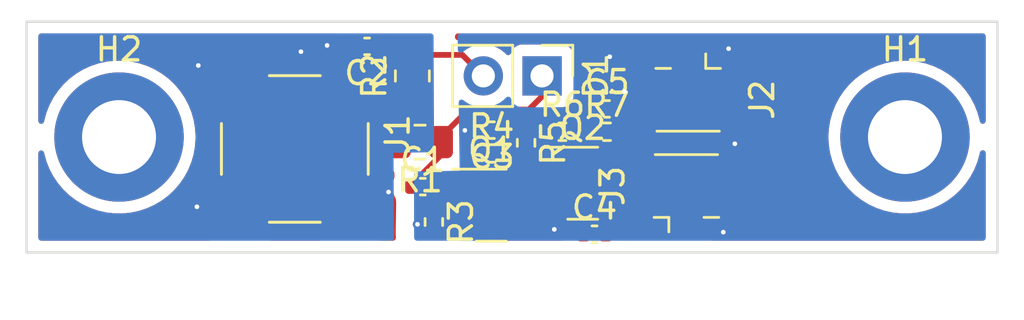
<source format=kicad_pcb>
(kicad_pcb (version 20211014) (generator pcbnew)
  (layers (0 "F.Cu" signal) (31 "B.Cu" signal) (34 "B.Paste" user) (35 "F.Paste" user) (36 "B.SilkS" user "B.Silkscreen") (37 "F.SilkS" user "F.Silkscreen") (38 "B.Mask" user) (39 "F.Mask" user) (44 "Edge.Cuts" user))
  (net 0 "")
  (net 1 "Net-(C1-Pad1)")
  (net 2 "Net-(C1-Pad2)")
  (net 3 "Net-(C2-Pad1)")
  (net 4 "GND1")
  (net 5 "Net-(C3-Pad1)")
  (net 6 "GND2")
  (net 7 "Net-(C4-Pad1)")
  (net 8 "Net-(C4-Pad2)")
  (net 9 "Net-(C5-Pad1)")
  (net 10 "Net-(J1-Pad1)")
  (net 11 "Net-(Q1-Pad3)")
  (footprint "sipm_amp_footprints:MOLEX_sma_smd_73251-1350" (layer "F.Cu") (at 89.605 72.015 -90)
    (fp_text reference "J1" (at -0.635 -4.445 -90) (layer "F.SilkS"))
    (fp_text value "HV")
    (fp_line (start -1.1 3.175) (end 1.1 3.175) (layer "F.SilkS") (width 0.127))
    (fp_line (start 3.175 1.1) (end 3.175 -1.1) (layer "F.SilkS") (width 0.127))
    (fp_line (start -3.175 1.1) (end -3.175 -1.1) (layer "F.SilkS") (width 0.127))
    (fp_line (start -1.1 -3.175) (end 1.1 -3.175) (layer "F.SilkS") (width 0.127))
    (pad "1" smd rect (at 0 0 270) (size 1.52 1.52) (layers "F.Cu" "F.Paste" "F.Mask") (net 10 "Net-(J1-Pad1)"))
    (pad "2" smd rect (at 2.375 2.375 270) (size 1.905 1.905) (layers "F.Cu" "F.Paste" "F.Mask") (net 4 "GND1"))
    (pad "2" smd rect (at -2.375 2.375 270) (size 1.905 1.905) (layers "F.Cu" "F.Paste" "F.Mask") (net 4 "GND1"))
    (pad "2" smd rect (at 2.375 -2.375 270) (size 1.905 1.905) (layers "F.Cu" "F.Paste" "F.Mask") (net 4 "GND1"))
    (pad "2" smd rect (at -2.375 -2.375 270) (size 1.905 1.905) (layers "F.Cu" "F.Paste" "F.Mask") (net 4 "GND1"))
  )
  (footprint "Resistor_SMD:R_0402_1005Metric" (layer "F.Cu") (at 99.61 71.75 -90)
    (fp_text reference "R5" (at 0 -1.17 90) (layer "F.SilkS"))
    (fp_text value "1k")
    (fp_line (start -0.153641 -0.38) (end 0.153641 -0.38) (layer "F.SilkS") (width 0.12))
    (fp_line (start -0.153641 0.38) (end 0.153641 0.38) (layer "F.SilkS") (width 0.12))
    (pad "1" smd roundrect (at -0.51 0 270) (size 0.54 0.64) (layers "F.Cu" "F.Paste" "F.Mask") (net 5 "Net-(C3-Pad1)"))
    (pad "2" smd roundrect (at 0.51 0 270) (size 0.54 0.64) (layers "F.Cu" "F.Paste" "F.Mask") (net 11 "Net-(Q1-Pad3)"))
  )
  (footprint "Capacitor_SMD:C_0402_1005Metric" (layer "F.Cu") (at 103.11 70.28)
    (fp_text reference "C5" (at 0 -1.16) (layer "F.SilkS"))
    (fp_text value "1.5uF")
    (fp_line (start -0.107836 -0.36) (end 0.107836 -0.36) (layer "F.SilkS") (width 0.12))
    (fp_line (start -0.107836 0.36) (end 0.107836 0.36) (layer "F.SilkS") (width 0.12))
    (pad "1" smd roundrect (at -0.48 0) (size 0.56 0.62) (layers "F.Cu" "F.Paste" "F.Mask") (net 9 "Net-(C5-Pad1)"))
    (pad "2" smd roundrect (at 0.48 0) (size 0.56 0.62) (layers "F.Cu" "F.Paste" "F.Mask") (net 6 "GND2"))
  )
  (footprint "Package_TO_SOT_SMD:SOT-23" (layer "F.Cu") (at 102.06 73.5)
    (fp_text reference "Q2" (at 0 -2.4) (layer "F.SilkS"))
    (fp_text value "PNP")
    (fp_line (start 0 -1.56) (end 0.65 -1.56) (layer "F.SilkS") (width 0.12))
    (fp_line (start 0 -1.56) (end -1.675 -1.56) (layer "F.SilkS") (width 0.12))
    (fp_line (start 0 1.56) (end 0.65 1.56) (layer "F.SilkS") (width 0.12))
    (fp_line (start 0 1.56) (end -0.65 1.56) (layer "F.SilkS") (width 0.12))
    (pad "1" smd roundrect (at -0.9375 -0.95) (size 1.475 0.6) (layers "F.Cu" "F.Paste" "F.Mask") (net 11 "Net-(Q1-Pad3)"))
    (pad "2" smd roundrect (at -0.9375 0.95) (size 1.475 0.6) (layers "F.Cu" "F.Paste" "F.Mask") (net 6 "GND2"))
    (pad "3" smd roundrect (at 0.9375 0) (size 1.475 0.6) (layers "F.Cu" "F.Paste" "F.Mask") (net 7 "Net-(C4-Pad1)"))
  )
  (footprint "Resistor_SMD:R_0402_1005Metric" (layer "F.Cu") (at 98.12 72.21)
    (fp_text reference "R4" (at 0 -1.17) (layer "F.SilkS"))
    (fp_text value "5.6k")
    (fp_line (start -0.153641 0.38) (end 0.153641 0.38) (layer "F.SilkS") (width 0.12))
    (fp_line (start -0.153641 -0.38) (end 0.153641 -0.38) (layer "F.SilkS") (width 0.12))
    (pad "1" smd roundrect (at -0.51 0) (size 0.54 0.64) (layers "F.Cu" "F.Paste" "F.Mask") (net 2 "Net-(C1-Pad2)"))
    (pad "2" smd roundrect (at 0.51 0) (size 0.54 0.64) (layers "F.Cu" "F.Paste" "F.Mask") (net 11 "Net-(Q1-Pad3)"))
  )
  (footprint "Connector_Coaxial:U.FL_Hirose_U.FL-R-SMT-1_Vertical" (layer "F.Cu") (at 106.62 69.41 -90)
    (fp_text reference "J2" (at 0.475 -3.2 90) (layer "F.SilkS"))
    (fp_text value "Amp")
    (fp_line (start -0.885 -1.4) (end -0.885 -0.76) (layer "F.SilkS") (width 0.12))
    (fp_line (start -0.885 1.4) (end -0.885 0.76) (layer "F.SilkS") (width 0.12))
    (fp_line (start 1.835 -1.35) (end 1.835 1.35) (layer "F.SilkS") (width 0.12))
    (fp_line (start -0.885 -0.76) (end -1.515 -0.76) (layer "F.SilkS") (width 0.12))
    (pad "1" smd rect (at -1.05 0 270) (size 1.05 1) (layers "F.Cu" "F.Paste" "F.Mask") (net 9 "Net-(C5-Pad1)"))
    (pad "2" smd rect (at 0.475 1.475 270) (size 2.2 1.05) (layers "F.Cu" "F.Paste" "F.Mask") (net 6 "GND2"))
    (pad "2" smd rect (at 0.475 -1.475 270) (size 2.2 1.05) (layers "F.Cu" "F.Paste" "F.Mask") (net 6 "GND2"))
  )
  (footprint "Capacitor_SMD:C_0402_1005Metric" (layer "F.Cu") (at 95.14 73.65)
    (fp_text reference "C1" (at 0 -1.16) (layer "F.SilkS"))
    (fp_text value "10nF")
    (fp_line (start -0.107836 -0.36) (end 0.107836 -0.36) (layer "F.SilkS") (width 0.12))
    (fp_line (start -0.107836 0.36) (end 0.107836 0.36) (layer "F.SilkS") (width 0.12))
    (pad "1" smd roundrect (at -0.48 0) (size 0.56 0.62) (layers "F.Cu" "F.Paste" "F.Mask") (net 1 "Net-(C1-Pad1)"))
    (pad "2" smd roundrect (at 0.48 0) (size 0.56 0.62) (layers "F.Cu" "F.Paste" "F.Mask") (net 2 "Net-(C1-Pad2)"))
  )
  (footprint "Capacitor_SMD:C_0402_1005Metric" (layer "F.Cu") (at 92.73 67.57 180)
    (fp_text reference "C2" (at 0 -1.16) (layer "F.SilkS"))
    (fp_text value "10nF")
    (fp_line (start -0.107836 -0.36) (end 0.107836 -0.36) (layer "F.SilkS") (width 0.12))
    (fp_line (start -0.107836 0.36) (end 0.107836 0.36) (layer "F.SilkS") (width 0.12))
    (pad "1" smd roundrect (at -0.48 0 180) (size 0.56 0.62) (layers "F.Cu" "F.Paste" "F.Mask") (net 3 "Net-(C2-Pad1)"))
    (pad "2" smd roundrect (at 0.48 0 180) (size 0.56 0.62) (layers "F.Cu" "F.Paste" "F.Mask") (net 4 "GND1"))
  )
  (footprint "Capacitor_SMD:C_0402_1005Metric" (layer "F.Cu") (at 102.57 75.71)
    (fp_text reference "C4" (at 0 -1.16) (layer "F.SilkS"))
    (fp_text value "2.2uF")
    (fp_line (start -0.107836 -0.36) (end 0.107836 -0.36) (layer "F.SilkS") (width 0.12))
    (fp_line (start -0.107836 0.36) (end 0.107836 0.36) (layer "F.SilkS") (width 0.12))
    (pad "1" smd roundrect (at -0.48 0) (size 0.56 0.62) (layers "F.Cu" "F.Paste" "F.Mask") (net 7 "Net-(C4-Pad1)"))
    (pad "2" smd roundrect (at 0.48 0) (size 0.56 0.62) (layers "F.Cu" "F.Paste" "F.Mask") (net 8 "Net-(C4-Pad2)"))
  )
  (footprint "Connector_Coaxial:U.FL_Hirose_U.FL-R-SMT-1_Vertical" (layer "F.Cu") (at 106.545 74.095 90)
    (fp_text reference "J3" (at 0.475 -3.2 90) (layer "F.SilkS"))
    (fp_text value "Signal")
    (fp_line (start -0.885 -1.4) (end -0.885 -0.76) (layer "F.SilkS") (width 0.12))
    (fp_line (start -0.885 -0.76) (end -1.515 -0.76) (layer "F.SilkS") (width 0.12))
    (fp_line (start -0.885 1.4) (end -0.885 0.76) (layer "F.SilkS") (width 0.12))
    (fp_line (start 1.835 -1.35) (end 1.835 1.35) (layer "F.SilkS") (width 0.12))
    (pad "1" smd rect (at -1.05 0 90) (size 1.05 1) (layers "F.Cu" "F.Paste" "F.Mask") (net 8 "Net-(C4-Pad2)"))
    (pad "2" smd rect (at 0.475 -1.475 90) (size 2.2 1.05) (layers "F.Cu" "F.Paste" "F.Mask") (net 6 "GND2"))
    (pad "2" smd rect (at 0.475 1.475 90) (size 2.2 1.05) (layers "F.Cu" "F.Paste" "F.Mask") (net 6 "GND2"))
  )
  (footprint "Capacitor_SMD:C_0402_1005Metric" (layer "F.Cu") (at 98.13 71.2 180)
    (fp_text reference "C3" (at 0 -1.16) (layer "F.SilkS"))
    (fp_text value "10nF")
    (fp_line (start -0.107836 0.36) (end 0.107836 0.36) (layer "F.SilkS") (width 0.12))
    (fp_line (start -0.107836 -0.36) (end 0.107836 -0.36) (layer "F.SilkS") (width 0.12))
    (pad "1" smd roundrect (at -0.48 0 180) (size 0.56 0.62) (layers "F.Cu" "F.Paste" "F.Mask") (net 5 "Net-(C3-Pad1)"))
    (pad "2" smd roundrect (at 0.48 0 180) (size 0.56 0.62) (layers "F.Cu" "F.Paste" "F.Mask") (net 6 "GND2"))
  )
  (footprint "Resistor_SMD:R_0402_1005Metric" (layer "F.Cu") (at 103.11 71.27)
    (fp_text reference "R7" (at 0 -1.17) (layer "F.SilkS"))
    (fp_text value "241")
    (fp_line (start -0.153641 -0.38) (end 0.153641 -0.38) (layer "F.SilkS") (width 0.12))
    (fp_line (start -0.153641 0.38) (end 0.153641 0.38) (layer "F.SilkS") (width 0.12))
    (pad "1" smd roundrect (at -0.51 0) (size 0.54 0.64) (layers "F.Cu" "F.Paste" "F.Mask") (net 9 "Net-(C5-Pad1)"))
    (pad "2" smd roundrect (at 0.51 0) (size 0.54 0.64) (layers "F.Cu" "F.Paste" "F.Mask") (net 7 "Net-(C4-Pad1)"))
  )
  (footprint "Resistor_SMD:R_0805_2012Metric" (layer "F.Cu") (at 94.69 68.8525 90)
    (fp_text reference "R2" (at 0 -1.65 90) (layer "F.SilkS"))
    (fp_text value "10k")
    (fp_line (start -0.227064 0.735) (end 0.227064 0.735) (layer "F.SilkS") (width 0.12))
    (fp_line (start -0.227064 -0.735) (end 0.227064 -0.735) (layer "F.SilkS") (width 0.12))
    (pad "1" smd roundrect (at -0.9125 0 90) (size 1.025 1.4) (layers "F.Cu" "F.Paste" "F.Mask") (roundrect_rratio 0.243902) (net 10 "Net-(J1-Pad1)"))
    (pad "2" smd roundrect (at 0.9125 0 90) (size 1.025 1.4) (layers "F.Cu" "F.Paste" "F.Mask") (roundrect_rratio 0.243902) (net 3 "Net-(C2-Pad1)"))
  )
  (footprint "Connector_PinHeader_2.54mm:PinHeader_1x02_P2.54mm_Vertical" (layer "F.Cu") (at 100.3 68.85 -90)
    (fp_text reference "D1" (at 0 -2.33 90) (layer "F.SilkS"))
    (fp_text value "SiPM")
    (fp_line (start -1.33 1.27) (end 1.33 1.27) (layer "F.SilkS") (width 0.12))
    (fp_line (start -1.33 0) (end -1.33 -1.33) (layer "F.SilkS") (width 0.12))
    (fp_line (start -1.33 1.27) (end -1.33 3.87) (layer "F.SilkS") (width 0.12))
    (fp_line (start 1.33 1.27) (end 1.33 3.87) (layer "F.SilkS") (width 0.12))
    (fp_line (start -1.33 -1.33) (end 0 -1.33) (layer "F.SilkS") (width 0.12))
    (fp_line (start -1.33 3.87) (end 1.33 3.87) (layer "F.SilkS") (width 0.12))
    (pad "1" thru_hole rect (at 0 0 270) (size 1.7 1.7) (drill 1) (layers *.Cu *.Mask) (net 1 "Net-(C1-Pad1)"))
    (pad "2" thru_hole oval (at 0 2.54 270) (size 1.7 1.7) (drill 1) (layers *.Cu *.Mask) (net 3 "Net-(C2-Pad1)"))
  )
  (footprint "Resistor_SMD:R_0402_1005Metric" (layer "F.Cu") (at 101.18 71.27)
    (fp_text reference "R6" (at 0 -1.17) (layer "F.SilkS"))
    (fp_text value "51")
    (fp_line (start -0.153641 0.38) (end 0.153641 0.38) (layer "F.SilkS") (width 0.12))
    (fp_line (start -0.153641 -0.38) (end 0.153641 -0.38) (layer "F.SilkS") (width 0.12))
    (pad "1" smd roundrect (at -0.51 0) (size 0.54 0.64) (layers "F.Cu" "F.Paste" "F.Mask") (net 5 "Net-(C3-Pad1)"))
    (pad "2" smd roundrect (at 0.51 0) (size 0.54 0.64) (layers "F.Cu" "F.Paste" "F.Mask") (net 9 "Net-(C5-Pad1)"))
  )
  (footprint "MountingHole:MountingHole_3.2mm_M3_DIN965_Pad" (layer "F.Cu") (at 82 71.5)
    (fp_text reference "H2" (at 0 -3.8) (layer "F.SilkS"))
    (fp_text value "MountingHole")
    (pad "1" thru_hole circle (at 0 0) (size 5.6 5.6) (drill 3.2) (layers *.Cu *.Mask))
  )
  (footprint "Package_TO_SOT_SMD:SOT-23" (layer "F.Cu") (at 98.1025 74.45)
    (fp_text reference "Q1" (at 0 -2.4) (layer "F.SilkS"))
    (fp_text value "BFR92")
    (fp_line (start 0 1.56) (end -0.65 1.56) (layer "F.SilkS") (width 0.12))
    (fp_line (start 0 -1.56) (end 0.65 -1.56) (layer "F.SilkS") (width 0.12))
    (fp_line (start 0 -1.56) (end -1.675 -1.56) (layer "F.SilkS") (width 0.12))
    (fp_line (start 0 1.56) (end 0.65 1.56) (layer "F.SilkS") (width 0.12))
    (pad "1" smd roundrect (at -0.9375 -0.95) (size 1.475 0.6) (layers "F.Cu" "F.Paste" "F.Mask") (net 2 "Net-(C1-Pad2)"))
    (pad "2" smd roundrect (at -0.9375 0.95) (size 1.475 0.6) (layers "F.Cu" "F.Paste" "F.Mask") (net 6 "GND2"))
    (pad "3" smd roundrect (at 0.9375 0) (size 1.475 0.6) (layers "F.Cu" "F.Paste" "F.Mask") (net 11 "Net-(Q1-Pad3)"))
  )
  (footprint "Resistor_SMD:R_0402_1005Metric" (layer "F.Cu") (at 95.62 75.18 -90)
    (fp_text reference "R3" (at 0 -1.17 90) (layer "F.SilkS"))
    (fp_text value "2k")
    (fp_line (start -0.153641 0.38) (end 0.153641 0.38) (layer "F.SilkS") (width 0.12))
    (fp_line (start -0.153641 -0.38) (end 0.153641 -0.38) (layer "F.SilkS") (width 0.12))
    (pad "1" smd roundrect (at -0.51 0 270) (size 0.54 0.64) (layers "F.Cu" "F.Paste" "F.Mask") (net 2 "Net-(C1-Pad2)"))
    (pad "2" smd roundrect (at 0.51 0 270) (size 0.54 0.64) (layers "F.Cu" "F.Paste" "F.Mask") (net 6 "GND2"))
  )
  (footprint "Resistor_SMD:R_0805_2012Metric" (layer "F.Cu") (at 95.02 71.72 180)
    (fp_text reference "R1" (at 0 -1.65 180) (layer "F.SilkS"))
    (fp_text value "100k")
    (fp_line (start -0.227064 -0.735) (end 0.227064 -0.735) (layer "F.SilkS") (width 0.12))
    (fp_line (start -0.227064 0.735) (end 0.227064 0.735) (layer "F.SilkS") (width 0.12))
    (pad "1" smd roundrect (at -0.9125 0 180) (size 1.025 1.4) (layers "F.Cu" "F.Paste" "F.Mask") (roundrect_rratio 0.243902) (net 1 "Net-(C1-Pad1)"))
    (pad "2" smd roundrect (at 0.9125 0 180) (size 1.025 1.4) (layers "F.Cu" "F.Paste" "F.Mask") (roundrect_rratio 0.243902) (net 4 "GND1"))
  )
  (footprint "MountingHole:MountingHole_3.2mm_M3_DIN965_Pad" (layer "F.Cu") (at 116 71.5)
    (fp_text reference "H1" (at 0 -3.8) (layer "F.SilkS"))
    (fp_text value "MountingHole")
    (pad "1" thru_hole circle (at 0 0) (size 5.6 5.6) (drill 3.2) (layers *.Cu *.Mask))
  )
  (gr_rect (start 78 66.5) (end 120 76.5) (layer "Edge.Cuts") (width 0.1) (fill none))
  (segment (start 94.66 73.65) (end 94.66 73.55) (width 0.25) (layer "F.Cu") (net 1))
  (segment (start 100.3 68.85) (end 100.3 69.74) (width 0.25) (layer "F.Cu") (net 1))
  (segment (start 97.117537 70.31) (end 95.9325 71.495037) (width 0.25) (layer "F.Cu") (net 1))
  (segment (start 100.3 69.74) (end 99.73 70.31) (width 0.25) (layer "F.Cu") (net 1))
  (segment (start 99.73 70.31) (end 97.117537 70.31) (width 0.25) (layer "F.Cu") (net 1))
  (segment (start 95.9325 71.495037) (end 95.9325 71.72) (width 0.25) (layer "F.Cu") (net 1))
  (segment (start 95.9325 72.2775) (end 95.9325 71.72) (width 0.25) (layer "F.Cu") (net 1))
  (segment (start 94.66 73.55) (end 95.9325 72.2775) (width 0.25) (layer "F.Cu") (net 1))
  (segment (start 97.165 73.5) (end 97.165 72.655) (width 0.25) (layer "F.Cu") (net 2))
  (segment (start 95.62 73.65) (end 95.62 74.67) (width 0.25) (layer "F.Cu") (net 2))
  (segment (start 97.165 73.5) (end 95.77 73.5) (width 0.25) (layer "F.Cu") (net 2))
  (segment (start 95.77 73.5) (end 95.62 73.65) (width 0.25) (layer "F.Cu") (net 2))
  (segment (start 97.165 72.655) (end 97.61 72.21) (width 0.25) (layer "F.Cu") (net 2))
  (segment (start 94.32 67.57) (end 94.69 67.94) (width 0.25) (layer "F.Cu") (net 3))
  (segment (start 94.69 67.94) (end 96.85 67.94) (width 0.25) (layer "F.Cu") (net 3))
  (segment (start 96.85 67.94) (end 97.76 68.85) (width 0.25) (layer "F.Cu") (net 3))
  (segment (start 93.21 67.57) (end 94.32 67.57) (width 0.25) (layer "F.Cu") (net 3))
  (segment (start 93.66 73.88) (end 93.66 72.1675) (width 0.25) (layer "F.Cu") (net 4))
  (segment (start 93.66 72.1675) (end 94.1075 71.72) (width 0.25) (layer "F.Cu") (net 4))
  (via (at 85.43 68.4) (size 0.4) (drill 0.2) (layers "F.Cu" "B.Cu") (net 4))
  (via (at 93.66 73.88) (size 0.4) (drill 0.2) (layers "F.Cu" "B.Cu") (net 4))
  (via (at 85.37 74.52) (size 0.4) (drill 0.2) (layers "F.Cu" "B.Cu") (net 4))
  (via (at 89.87 67.8) (size 0.4) (drill 0.2) (layers "F.Cu" "B.Cu") (net 4))
  (via (at 91 67.53) (size 0.4) (drill 0.2) (layers "F.Cu" "B.Cu") (net 4))
  (segment (start 99.57 71.2) (end 99.61 71.24) (width 0.25) (layer "F.Cu") (net 5))
  (segment (start 99.61 71.24) (end 100.64 71.24) (width 0.25) (layer "F.Cu") (net 5))
  (segment (start 100.64 71.24) (end 100.67 71.27) (width 0.25) (layer "F.Cu") (net 5))
  (segment (start 98.61 71.2) (end 99.57 71.2) (width 0.25) (layer "F.Cu") (net 5))
  (segment (start 103.59 70.28) (end 104.75 70.28) (width 0.25) (layer "F.Cu") (net 6))
  (segment (start 95.32 75.69) (end 94.91 75.28) (width 0.25) (layer "F.Cu") (net 6))
  (segment (start 97.64 71.21) (end 97.65 71.2) (width 0.25) (layer "F.Cu") (net 6))
  (segment (start 96.96 71.21) (end 97.64 71.21) (width 0.25) (layer "F.Cu") (net 6))
  (segment (start 103.87 69.53) (end 104.79 69.53) (width 0.25) (layer "F.Cu") (net 6))
  (segment (start 104.75 70.28) (end 105.145 69.885) (width 0.25) (layer "F.Cu") (net 6))
  (segment (start 104.79 69.53) (end 105.145 69.885) (width 0.25) (layer "F.Cu") (net 6))
  (segment (start 96.875 75.69) (end 97.165 75.4) (width 0.25) (layer "F.Cu") (net 6))
  (segment (start 95.62 75.69) (end 96.875 75.69) (width 0.25) (layer "F.Cu") (net 6))
  (segment (start 95.62 75.69) (end 95.32 75.69) (width 0.25) (layer "F.Cu") (net 6))
  (via (at 94.91 75.28) (size 0.4) (drill 0.2) (layers "F.Cu" "B.Cu") (net 6))
  (via (at 103.87 69.53) (size 0.4) (drill 0.2) (layers "F.Cu" "B.Cu") (net 6))
  (via (at 100.83 75.5) (size 0.4) (drill 0.2) (layers "F.Cu" "B.Cu") (net 6))
  (via (at 108.64 71.79) (size 0.4) (drill 0.2) (layers "F.Cu" "B.Cu") (net 6))
  (via (at 96.96 71.21) (size 0.4) (drill 0.2) (layers "F.Cu" "B.Cu") (net 6))
  (via (at 108.37 67.67) (size 0.4) (drill 0.2) (layers "F.Cu" "B.Cu") (net 6))
  (via (at 108.14 75.62) (size 0.4) (drill 0.2) (layers "F.Cu" "B.Cu") (net 6))
  (via (at 103.23 68.02) (size 0.4) (drill 0.2) (layers "F.Cu" "B.Cu") (net 6))
  (segment (start 102.9975 73.5) (end 102.445 74.0525) (width 0.25) (layer "F.Cu") (net 7))
  (segment (start 102.445 75.355) (end 102.09 75.71) (width 0.25) (layer "F.Cu") (net 7))
  (segment (start 102.445 74.0525) (end 102.445 75.355) (width 0.25) (layer "F.Cu") (net 7))
  (segment (start 103.62 72.8775) (end 102.9975 73.5) (width 0.25) (layer "F.Cu") (net 7))
  (segment (start 103.62 71.27) (end 103.62 72.8775) (width 0.25) (layer "F.Cu") (net 7))
  (segment (start 105.56 75.71) (end 106.125 75.145) (width 0.25) (layer "F.Cu") (net 8))
  (segment (start 103.05 75.71) (end 105.56 75.71) (width 0.25) (layer "F.Cu") (net 8))
  (segment (start 106.125 75.145) (end 106.545 75.145) (width 0.25) (layer "F.Cu") (net 8))
  (segment (start 102.63 71.24) (end 102.6 71.27) (width 0.25) (layer "F.Cu") (net 9))
  (segment (start 103.99 68.36) (end 102.63 69.72) (width 0.25) (layer "F.Cu") (net 9))
  (segment (start 102.6 71.27) (end 101.69 71.27) (width 0.25) (layer "F.Cu") (net 9))
  (segment (start 102.63 70.28) (end 102.63 71.24) (width 0.25) (layer "F.Cu") (net 9))
  (segment (start 106.62 68.36) (end 103.99 68.36) (width 0.25) (layer "F.Cu") (net 9))
  (segment (start 102.63 69.72) (end 102.63 70.28) (width 0.25) (layer "F.Cu") (net 9))
  (segment (start 92.286827 72.015) (end 94.536827 69.765) (width 0.25) (layer "F.Cu") (net 10))
  (segment (start 94.536827 69.765) (end 94.69 69.765) (width 0.25) (layer "F.Cu") (net 10))
  (segment (start 89.605 72.015) (end 92.286827 72.015) (width 0.25) (layer "F.Cu") (net 10))
  (segment (start 99.61 73.88) (end 99.61 72.26) (width 0.25) (layer "F.Cu") (net 11))
  (segment (start 98.68 72.26) (end 98.63 72.21) (width 0.25) (layer "F.Cu") (net 11))
  (segment (start 99.04 74.45) (end 99.61 73.88) (width 0.25) (layer "F.Cu") (net 11))
  (segment (start 99.9 72.26) (end 100.19 72.55) (width 0.25) (layer "F.Cu") (net 11))
  (segment (start 100.19 72.55) (end 101.1225 72.55) (width 0.25) (layer "F.Cu") (net 11))
  (segment (start 99.61 72.26) (end 98.68 72.26) (width 0.25) (layer "F.Cu") (net 11))
  (segment (start 99.61 72.26) (end 99.9 72.26) (width 0.25) (layer "F.Cu") (net 11))
  (zone (net 6) (net_name "GND2") (layer "F.Cu") (connect_pads (clearance 0.508)) (min_thickness 0.254) (fill yes (thermal_gap 0.508) (thermal_bridge_width 0.508))
    (polygon (pts (xy 96.731649 65.81) (xy 120.031873 65.742889) (xy 120.191873 78.092889) (xy 96.55 77.839504) (xy 96.531649 65.77)))
  )
  (zone (net 4) (net_name "GND1") (layer "F.Cu") (connect_pads (clearance 0.508)) (min_thickness 0.254) (fill yes (thermal_gap 0.508) (thermal_bridge_width 0.508))
    (polygon (pts (xy 95.53 72.03) (xy 94.8 72.13) (xy 93.85 72.11) (xy 93.99 74.368083) (xy 93.97 75.658083) (xy 94.07 78.078083) (xy 78.099789 78.285019) (xy 78.339789 65.935019) (xy 95.578643 66.12)))
  )
  (zone (net 6) (net_name "GND2") (layer "F.Cu") (connect_pads (clearance 0.508)) (min_thickness 0.254) (fill yes (thermal_gap 0.508) (thermal_bridge_width 0.508))
    (polygon (pts (xy 94.858553 72.984422) (xy 99.180932 72.87) (xy 98.760932 78.01) (xy 94.710932 78.01) (xy 94.658553 72.944422)))
  )
  (zone (net 6) (net_name "GND2") (layer "B.Cu") (connect_pads (clearance 0.508)) (min_thickness 0.254) (fill yes (thermal_gap 0.508) (thermal_bridge_width 0.508))
    (polygon (pts (xy 97.98 78.13) (xy 94.77 78.13) (xy 94.76 72.99) (xy 98.04 72.94)))
  )
  (zone (net 4) (net_name "GND1") (layer "B.Cu") (connect_pads (clearance 0.508)) (min_thickness 0.254) (fill yes (thermal_gap 0.508) (thermal_bridge_width 0.508))
    (polygon (pts (xy 95.6 65.77) (xy 95.631516 72.15717) (xy 78.132797 72.414859) (xy 78.061281 65.867689)))
  )
  (zone (net 4) (net_name "GND1") (layer "B.Cu") (connect_pads (clearance 0.508)) (min_thickness 0.254) (fill yes (thermal_gap 0.508) (thermal_bridge_width 0.508))
    (polygon (pts (xy 93.867813 70.848629) (xy 93.899329 77.235799) (xy 78.461491 77.470976) (xy 78.389975 70.923806)))
  )
  (zone (net 6) (net_name "GND2") (layer "B.Cu") (connect_pads (clearance 0.508)) (min_thickness 0.254) (fill yes (thermal_gap 0.508) (thermal_bridge_width 0.508))
    (polygon (pts (xy 119.52172 76.981943) (xy 96.8 77.01) (xy 96.64 66.63) (xy 119.50172 66.601943)))
  )
)
</source>
